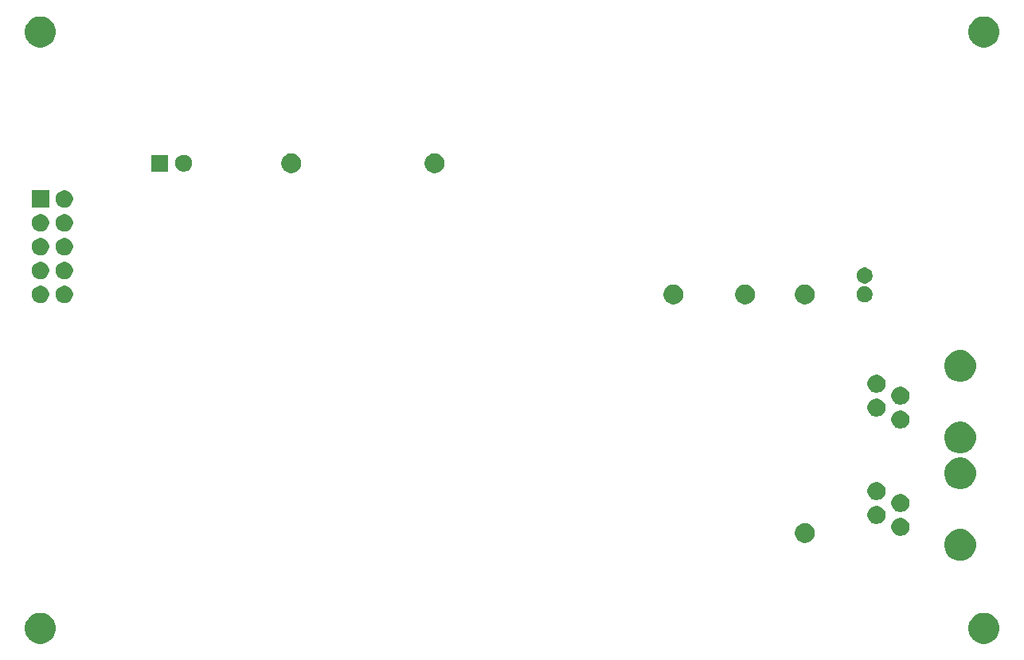
<source format=gbr>
G04 #@! TF.GenerationSoftware,KiCad,Pcbnew,5.1.5-52549c5~84~ubuntu18.04.1*
G04 #@! TF.CreationDate,2020-03-13T12:33:57+01:00*
G04 #@! TF.ProjectId,Telemetry,54656c65-6d65-4747-9279-2e6b69636164,rev?*
G04 #@! TF.SameCoordinates,Original*
G04 #@! TF.FileFunction,Soldermask,Bot*
G04 #@! TF.FilePolarity,Negative*
%FSLAX46Y46*%
G04 Gerber Fmt 4.6, Leading zero omitted, Abs format (unit mm)*
G04 Created by KiCad (PCBNEW 5.1.5-52549c5~84~ubuntu18.04.1) date 2020-03-13 12:33:57*
%MOMM*%
%LPD*%
G04 APERTURE LIST*
%ADD10C,0.100000*%
G04 APERTURE END LIST*
D10*
G36*
X132455256Y-190161298D02*
G01*
X132561579Y-190182447D01*
X132862042Y-190306903D01*
X133132451Y-190487585D01*
X133362415Y-190717549D01*
X133543097Y-190987958D01*
X133667553Y-191288421D01*
X133731000Y-191607391D01*
X133731000Y-191932609D01*
X133667553Y-192251579D01*
X133543097Y-192552042D01*
X133362415Y-192822451D01*
X133132451Y-193052415D01*
X132862042Y-193233097D01*
X132561579Y-193357553D01*
X132455256Y-193378702D01*
X132242611Y-193421000D01*
X131917389Y-193421000D01*
X131704744Y-193378702D01*
X131598421Y-193357553D01*
X131297958Y-193233097D01*
X131027549Y-193052415D01*
X130797585Y-192822451D01*
X130616903Y-192552042D01*
X130492447Y-192251579D01*
X130429000Y-191932609D01*
X130429000Y-191607391D01*
X130492447Y-191288421D01*
X130616903Y-190987958D01*
X130797585Y-190717549D01*
X131027549Y-190487585D01*
X131297958Y-190306903D01*
X131598421Y-190182447D01*
X131704744Y-190161298D01*
X131917389Y-190119000D01*
X132242611Y-190119000D01*
X132455256Y-190161298D01*
G37*
G36*
X32125256Y-190161298D02*
G01*
X32231579Y-190182447D01*
X32532042Y-190306903D01*
X32802451Y-190487585D01*
X33032415Y-190717549D01*
X33213097Y-190987958D01*
X33337553Y-191288421D01*
X33401000Y-191607391D01*
X33401000Y-191932609D01*
X33337553Y-192251579D01*
X33213097Y-192552042D01*
X33032415Y-192822451D01*
X32802451Y-193052415D01*
X32532042Y-193233097D01*
X32231579Y-193357553D01*
X32125256Y-193378702D01*
X31912611Y-193421000D01*
X31587389Y-193421000D01*
X31374744Y-193378702D01*
X31268421Y-193357553D01*
X30967958Y-193233097D01*
X30697549Y-193052415D01*
X30467585Y-192822451D01*
X30286903Y-192552042D01*
X30162447Y-192251579D01*
X30099000Y-191932609D01*
X30099000Y-191607391D01*
X30162447Y-191288421D01*
X30286903Y-190987958D01*
X30467585Y-190717549D01*
X30697549Y-190487585D01*
X30967958Y-190306903D01*
X31268421Y-190182447D01*
X31374744Y-190161298D01*
X31587389Y-190119000D01*
X31912611Y-190119000D01*
X32125256Y-190161298D01*
G37*
G36*
X130028871Y-181268408D02*
G01*
X130333883Y-181394748D01*
X130608387Y-181578166D01*
X130841834Y-181811613D01*
X131025252Y-182086117D01*
X131151592Y-182391129D01*
X131216000Y-182714928D01*
X131216000Y-183045072D01*
X131151592Y-183368871D01*
X131025252Y-183673883D01*
X130841834Y-183948387D01*
X130608387Y-184181834D01*
X130333883Y-184365252D01*
X130028871Y-184491592D01*
X129866971Y-184523796D01*
X129705073Y-184556000D01*
X129374927Y-184556000D01*
X129213029Y-184523796D01*
X129051129Y-184491592D01*
X128746117Y-184365252D01*
X128471613Y-184181834D01*
X128238166Y-183948387D01*
X128054748Y-183673883D01*
X127928408Y-183368871D01*
X127864000Y-183045072D01*
X127864000Y-182714928D01*
X127928408Y-182391129D01*
X128054748Y-182086117D01*
X128238166Y-181811613D01*
X128471613Y-181578166D01*
X128746117Y-181394748D01*
X129051129Y-181268408D01*
X129374927Y-181204000D01*
X129705073Y-181204000D01*
X130028871Y-181268408D01*
G37*
G36*
X113336564Y-180599389D02*
G01*
X113461164Y-180651000D01*
X113527835Y-180678616D01*
X113699973Y-180793635D01*
X113846365Y-180940027D01*
X113928979Y-181063667D01*
X113961385Y-181112167D01*
X114040611Y-181303436D01*
X114081000Y-181506484D01*
X114081000Y-181713516D01*
X114040611Y-181916564D01*
X113961385Y-182107833D01*
X113961384Y-182107835D01*
X113846365Y-182279973D01*
X113699973Y-182426365D01*
X113527835Y-182541384D01*
X113527834Y-182541385D01*
X113527833Y-182541385D01*
X113336564Y-182620611D01*
X113133516Y-182661000D01*
X112926484Y-182661000D01*
X112723436Y-182620611D01*
X112532167Y-182541385D01*
X112532166Y-182541385D01*
X112532165Y-182541384D01*
X112360027Y-182426365D01*
X112213635Y-182279973D01*
X112098616Y-182107835D01*
X112098615Y-182107833D01*
X112019389Y-181916564D01*
X111979000Y-181713516D01*
X111979000Y-181506484D01*
X112019389Y-181303436D01*
X112098615Y-181112167D01*
X112131022Y-181063667D01*
X112213635Y-180940027D01*
X112360027Y-180793635D01*
X112532165Y-180678616D01*
X112598836Y-180651000D01*
X112723436Y-180599389D01*
X112926484Y-180559000D01*
X113133516Y-180559000D01*
X113336564Y-180599389D01*
G37*
G36*
X123467395Y-180055546D02*
G01*
X123640466Y-180127234D01*
X123717818Y-180178919D01*
X123796227Y-180231310D01*
X123928690Y-180363773D01*
X123928691Y-180363775D01*
X124032766Y-180519534D01*
X124104454Y-180692605D01*
X124141000Y-180876333D01*
X124141000Y-181063667D01*
X124104454Y-181247395D01*
X124032766Y-181420466D01*
X124032765Y-181420467D01*
X123928690Y-181576227D01*
X123796227Y-181708690D01*
X123789007Y-181713514D01*
X123640466Y-181812766D01*
X123467395Y-181884454D01*
X123283667Y-181921000D01*
X123096333Y-181921000D01*
X122912605Y-181884454D01*
X122739534Y-181812766D01*
X122590993Y-181713514D01*
X122583773Y-181708690D01*
X122451310Y-181576227D01*
X122347235Y-181420467D01*
X122347234Y-181420466D01*
X122275546Y-181247395D01*
X122239000Y-181063667D01*
X122239000Y-180876333D01*
X122275546Y-180692605D01*
X122347234Y-180519534D01*
X122451309Y-180363775D01*
X122451310Y-180363773D01*
X122583773Y-180231310D01*
X122662182Y-180178919D01*
X122739534Y-180127234D01*
X122912605Y-180055546D01*
X123096333Y-180019000D01*
X123283667Y-180019000D01*
X123467395Y-180055546D01*
G37*
G36*
X120927395Y-178785546D02*
G01*
X121100466Y-178857234D01*
X121177818Y-178908919D01*
X121256227Y-178961310D01*
X121388690Y-179093773D01*
X121388691Y-179093775D01*
X121492766Y-179249534D01*
X121564454Y-179422605D01*
X121601000Y-179606333D01*
X121601000Y-179793667D01*
X121564454Y-179977395D01*
X121492766Y-180150466D01*
X121492765Y-180150467D01*
X121388690Y-180306227D01*
X121256227Y-180438690D01*
X121177818Y-180491081D01*
X121100466Y-180542766D01*
X120927395Y-180614454D01*
X120743667Y-180651000D01*
X120556333Y-180651000D01*
X120372605Y-180614454D01*
X120199534Y-180542766D01*
X120122182Y-180491081D01*
X120043773Y-180438690D01*
X119911310Y-180306227D01*
X119807235Y-180150467D01*
X119807234Y-180150466D01*
X119735546Y-179977395D01*
X119699000Y-179793667D01*
X119699000Y-179606333D01*
X119735546Y-179422605D01*
X119807234Y-179249534D01*
X119911309Y-179093775D01*
X119911310Y-179093773D01*
X120043773Y-178961310D01*
X120122182Y-178908919D01*
X120199534Y-178857234D01*
X120372605Y-178785546D01*
X120556333Y-178749000D01*
X120743667Y-178749000D01*
X120927395Y-178785546D01*
G37*
G36*
X123467395Y-177515546D02*
G01*
X123640466Y-177587234D01*
X123717818Y-177638919D01*
X123796227Y-177691310D01*
X123928690Y-177823773D01*
X123928691Y-177823775D01*
X124032766Y-177979534D01*
X124104454Y-178152605D01*
X124141000Y-178336333D01*
X124141000Y-178523667D01*
X124104454Y-178707395D01*
X124032766Y-178880466D01*
X124032765Y-178880467D01*
X123928690Y-179036227D01*
X123796227Y-179168690D01*
X123717818Y-179221081D01*
X123640466Y-179272766D01*
X123467395Y-179344454D01*
X123283667Y-179381000D01*
X123096333Y-179381000D01*
X122912605Y-179344454D01*
X122739534Y-179272766D01*
X122662182Y-179221081D01*
X122583773Y-179168690D01*
X122451310Y-179036227D01*
X122347235Y-178880467D01*
X122347234Y-178880466D01*
X122275546Y-178707395D01*
X122239000Y-178523667D01*
X122239000Y-178336333D01*
X122275546Y-178152605D01*
X122347234Y-177979534D01*
X122451309Y-177823775D01*
X122451310Y-177823773D01*
X122583773Y-177691310D01*
X122662182Y-177638919D01*
X122739534Y-177587234D01*
X122912605Y-177515546D01*
X123096333Y-177479000D01*
X123283667Y-177479000D01*
X123467395Y-177515546D01*
G37*
G36*
X120927395Y-176245546D02*
G01*
X121100466Y-176317234D01*
X121177818Y-176368919D01*
X121256227Y-176421310D01*
X121388690Y-176553773D01*
X121388691Y-176553775D01*
X121492766Y-176709534D01*
X121564454Y-176882605D01*
X121601000Y-177066333D01*
X121601000Y-177253667D01*
X121564454Y-177437395D01*
X121492766Y-177610466D01*
X121492765Y-177610467D01*
X121388690Y-177766227D01*
X121256227Y-177898690D01*
X121177818Y-177951081D01*
X121100466Y-178002766D01*
X120927395Y-178074454D01*
X120743667Y-178111000D01*
X120556333Y-178111000D01*
X120372605Y-178074454D01*
X120199534Y-178002766D01*
X120122182Y-177951081D01*
X120043773Y-177898690D01*
X119911310Y-177766227D01*
X119807235Y-177610467D01*
X119807234Y-177610466D01*
X119735546Y-177437395D01*
X119699000Y-177253667D01*
X119699000Y-177066333D01*
X119735546Y-176882605D01*
X119807234Y-176709534D01*
X119911309Y-176553775D01*
X119911310Y-176553773D01*
X120043773Y-176421310D01*
X120122182Y-176368919D01*
X120199534Y-176317234D01*
X120372605Y-176245546D01*
X120556333Y-176209000D01*
X120743667Y-176209000D01*
X120927395Y-176245546D01*
G37*
G36*
X129866971Y-173616204D02*
G01*
X130028871Y-173648408D01*
X130333883Y-173774748D01*
X130608387Y-173958166D01*
X130841834Y-174191613D01*
X131025252Y-174466117D01*
X131151592Y-174771129D01*
X131216000Y-175094928D01*
X131216000Y-175425072D01*
X131151592Y-175748871D01*
X131025252Y-176053883D01*
X130841834Y-176328387D01*
X130608387Y-176561834D01*
X130333883Y-176745252D01*
X130028871Y-176871592D01*
X129973510Y-176882604D01*
X129705073Y-176936000D01*
X129374927Y-176936000D01*
X129106490Y-176882604D01*
X129051129Y-176871592D01*
X128746117Y-176745252D01*
X128471613Y-176561834D01*
X128238166Y-176328387D01*
X128054748Y-176053883D01*
X127928408Y-175748871D01*
X127864000Y-175425072D01*
X127864000Y-175094928D01*
X127928408Y-174771129D01*
X128054748Y-174466117D01*
X128238166Y-174191613D01*
X128471613Y-173958166D01*
X128746117Y-173774748D01*
X129051129Y-173648408D01*
X129213029Y-173616204D01*
X129374927Y-173584000D01*
X129705073Y-173584000D01*
X129866971Y-173616204D01*
G37*
G36*
X129866971Y-169806204D02*
G01*
X130028871Y-169838408D01*
X130333883Y-169964748D01*
X130608387Y-170148166D01*
X130841834Y-170381613D01*
X131025252Y-170656117D01*
X131151592Y-170961129D01*
X131216000Y-171284928D01*
X131216000Y-171615072D01*
X131151592Y-171938871D01*
X131025252Y-172243883D01*
X130841834Y-172518387D01*
X130608387Y-172751834D01*
X130333883Y-172935252D01*
X130028871Y-173061592D01*
X129705073Y-173126000D01*
X129374927Y-173126000D01*
X129051129Y-173061592D01*
X128746117Y-172935252D01*
X128471613Y-172751834D01*
X128238166Y-172518387D01*
X128054748Y-172243883D01*
X127928408Y-171938871D01*
X127864000Y-171615072D01*
X127864000Y-171284928D01*
X127928408Y-170961129D01*
X128054748Y-170656117D01*
X128238166Y-170381613D01*
X128471613Y-170148166D01*
X128746117Y-169964748D01*
X129051129Y-169838408D01*
X129213029Y-169806204D01*
X129374927Y-169774000D01*
X129705073Y-169774000D01*
X129866971Y-169806204D01*
G37*
G36*
X123467395Y-168625546D02*
G01*
X123640466Y-168697234D01*
X123717818Y-168748919D01*
X123796227Y-168801310D01*
X123928690Y-168933773D01*
X123928691Y-168933775D01*
X124032766Y-169089534D01*
X124104454Y-169262605D01*
X124141000Y-169446333D01*
X124141000Y-169633667D01*
X124104454Y-169817395D01*
X124032766Y-169990466D01*
X124032765Y-169990467D01*
X123928690Y-170146227D01*
X123796227Y-170278690D01*
X123717818Y-170331081D01*
X123640466Y-170382766D01*
X123467395Y-170454454D01*
X123283667Y-170491000D01*
X123096333Y-170491000D01*
X122912605Y-170454454D01*
X122739534Y-170382766D01*
X122662182Y-170331081D01*
X122583773Y-170278690D01*
X122451310Y-170146227D01*
X122347235Y-169990467D01*
X122347234Y-169990466D01*
X122275546Y-169817395D01*
X122239000Y-169633667D01*
X122239000Y-169446333D01*
X122275546Y-169262605D01*
X122347234Y-169089534D01*
X122451309Y-168933775D01*
X122451310Y-168933773D01*
X122583773Y-168801310D01*
X122662182Y-168748919D01*
X122739534Y-168697234D01*
X122912605Y-168625546D01*
X123096333Y-168589000D01*
X123283667Y-168589000D01*
X123467395Y-168625546D01*
G37*
G36*
X120927395Y-167355546D02*
G01*
X121100466Y-167427234D01*
X121177818Y-167478919D01*
X121256227Y-167531310D01*
X121388690Y-167663773D01*
X121388691Y-167663775D01*
X121492766Y-167819534D01*
X121564454Y-167992605D01*
X121601000Y-168176333D01*
X121601000Y-168363667D01*
X121564454Y-168547395D01*
X121492766Y-168720466D01*
X121492765Y-168720467D01*
X121388690Y-168876227D01*
X121256227Y-169008690D01*
X121177818Y-169061081D01*
X121100466Y-169112766D01*
X120927395Y-169184454D01*
X120743667Y-169221000D01*
X120556333Y-169221000D01*
X120372605Y-169184454D01*
X120199534Y-169112766D01*
X120122182Y-169061081D01*
X120043773Y-169008690D01*
X119911310Y-168876227D01*
X119807235Y-168720467D01*
X119807234Y-168720466D01*
X119735546Y-168547395D01*
X119699000Y-168363667D01*
X119699000Y-168176333D01*
X119735546Y-167992605D01*
X119807234Y-167819534D01*
X119911309Y-167663775D01*
X119911310Y-167663773D01*
X120043773Y-167531310D01*
X120122182Y-167478919D01*
X120199534Y-167427234D01*
X120372605Y-167355546D01*
X120556333Y-167319000D01*
X120743667Y-167319000D01*
X120927395Y-167355546D01*
G37*
G36*
X123467395Y-166085546D02*
G01*
X123640466Y-166157234D01*
X123717818Y-166208919D01*
X123796227Y-166261310D01*
X123928690Y-166393773D01*
X123928691Y-166393775D01*
X124032766Y-166549534D01*
X124104454Y-166722605D01*
X124141000Y-166906333D01*
X124141000Y-167093667D01*
X124104454Y-167277395D01*
X124032766Y-167450466D01*
X124032765Y-167450467D01*
X123928690Y-167606227D01*
X123796227Y-167738690D01*
X123717818Y-167791081D01*
X123640466Y-167842766D01*
X123467395Y-167914454D01*
X123283667Y-167951000D01*
X123096333Y-167951000D01*
X122912605Y-167914454D01*
X122739534Y-167842766D01*
X122662182Y-167791081D01*
X122583773Y-167738690D01*
X122451310Y-167606227D01*
X122347235Y-167450467D01*
X122347234Y-167450466D01*
X122275546Y-167277395D01*
X122239000Y-167093667D01*
X122239000Y-166906333D01*
X122275546Y-166722605D01*
X122347234Y-166549534D01*
X122451309Y-166393775D01*
X122451310Y-166393773D01*
X122583773Y-166261310D01*
X122662182Y-166208919D01*
X122739534Y-166157234D01*
X122912605Y-166085546D01*
X123096333Y-166049000D01*
X123283667Y-166049000D01*
X123467395Y-166085546D01*
G37*
G36*
X120927395Y-164815546D02*
G01*
X121100466Y-164887234D01*
X121177818Y-164938919D01*
X121256227Y-164991310D01*
X121388690Y-165123773D01*
X121388691Y-165123775D01*
X121492766Y-165279534D01*
X121564454Y-165452605D01*
X121601000Y-165636333D01*
X121601000Y-165823667D01*
X121564454Y-166007395D01*
X121492766Y-166180466D01*
X121492765Y-166180467D01*
X121388690Y-166336227D01*
X121256227Y-166468690D01*
X121177818Y-166521081D01*
X121100466Y-166572766D01*
X120927395Y-166644454D01*
X120743667Y-166681000D01*
X120556333Y-166681000D01*
X120372605Y-166644454D01*
X120199534Y-166572766D01*
X120122182Y-166521081D01*
X120043773Y-166468690D01*
X119911310Y-166336227D01*
X119807235Y-166180467D01*
X119807234Y-166180466D01*
X119735546Y-166007395D01*
X119699000Y-165823667D01*
X119699000Y-165636333D01*
X119735546Y-165452605D01*
X119807234Y-165279534D01*
X119911309Y-165123775D01*
X119911310Y-165123773D01*
X120043773Y-164991310D01*
X120122182Y-164938919D01*
X120199534Y-164887234D01*
X120372605Y-164815546D01*
X120556333Y-164779000D01*
X120743667Y-164779000D01*
X120927395Y-164815546D01*
G37*
G36*
X130028871Y-162218408D02*
G01*
X130333883Y-162344748D01*
X130608387Y-162528166D01*
X130841834Y-162761613D01*
X131025252Y-163036117D01*
X131151592Y-163341129D01*
X131216000Y-163664928D01*
X131216000Y-163995072D01*
X131151592Y-164318871D01*
X131025252Y-164623883D01*
X130841834Y-164898387D01*
X130608387Y-165131834D01*
X130333883Y-165315252D01*
X130028871Y-165441592D01*
X129973510Y-165452604D01*
X129705073Y-165506000D01*
X129374927Y-165506000D01*
X129106490Y-165452604D01*
X129051129Y-165441592D01*
X128746117Y-165315252D01*
X128471613Y-165131834D01*
X128238166Y-164898387D01*
X128054748Y-164623883D01*
X127928408Y-164318871D01*
X127864000Y-163995072D01*
X127864000Y-163664928D01*
X127928408Y-163341129D01*
X128054748Y-163036117D01*
X128238166Y-162761613D01*
X128471613Y-162528166D01*
X128746117Y-162344748D01*
X129051129Y-162218408D01*
X129374927Y-162154000D01*
X129705073Y-162154000D01*
X130028871Y-162218408D01*
G37*
G36*
X113336564Y-155199389D02*
G01*
X113527833Y-155278615D01*
X113527835Y-155278616D01*
X113648138Y-155359000D01*
X113699973Y-155393635D01*
X113846365Y-155540027D01*
X113961385Y-155712167D01*
X114040611Y-155903436D01*
X114081000Y-156106484D01*
X114081000Y-156313516D01*
X114040611Y-156516564D01*
X113988147Y-156643224D01*
X113961384Y-156707835D01*
X113846365Y-156879973D01*
X113699973Y-157026365D01*
X113527835Y-157141384D01*
X113527834Y-157141385D01*
X113527833Y-157141385D01*
X113336564Y-157220611D01*
X113133516Y-157261000D01*
X112926484Y-157261000D01*
X112723436Y-157220611D01*
X112532167Y-157141385D01*
X112532166Y-157141385D01*
X112532165Y-157141384D01*
X112360027Y-157026365D01*
X112213635Y-156879973D01*
X112098616Y-156707835D01*
X112071853Y-156643224D01*
X112019389Y-156516564D01*
X111979000Y-156313516D01*
X111979000Y-156106484D01*
X112019389Y-155903436D01*
X112098615Y-155712167D01*
X112213635Y-155540027D01*
X112360027Y-155393635D01*
X112411862Y-155359000D01*
X112532165Y-155278616D01*
X112532167Y-155278615D01*
X112723436Y-155199389D01*
X112926484Y-155159000D01*
X113133516Y-155159000D01*
X113336564Y-155199389D01*
G37*
G36*
X99366564Y-155199389D02*
G01*
X99557833Y-155278615D01*
X99557835Y-155278616D01*
X99678138Y-155359000D01*
X99729973Y-155393635D01*
X99876365Y-155540027D01*
X99991385Y-155712167D01*
X100070611Y-155903436D01*
X100111000Y-156106484D01*
X100111000Y-156313516D01*
X100070611Y-156516564D01*
X100018147Y-156643224D01*
X99991384Y-156707835D01*
X99876365Y-156879973D01*
X99729973Y-157026365D01*
X99557835Y-157141384D01*
X99557834Y-157141385D01*
X99557833Y-157141385D01*
X99366564Y-157220611D01*
X99163516Y-157261000D01*
X98956484Y-157261000D01*
X98753436Y-157220611D01*
X98562167Y-157141385D01*
X98562166Y-157141385D01*
X98562165Y-157141384D01*
X98390027Y-157026365D01*
X98243635Y-156879973D01*
X98128616Y-156707835D01*
X98101853Y-156643224D01*
X98049389Y-156516564D01*
X98009000Y-156313516D01*
X98009000Y-156106484D01*
X98049389Y-155903436D01*
X98128615Y-155712167D01*
X98243635Y-155540027D01*
X98390027Y-155393635D01*
X98441862Y-155359000D01*
X98562165Y-155278616D01*
X98562167Y-155278615D01*
X98753436Y-155199389D01*
X98956484Y-155159000D01*
X99163516Y-155159000D01*
X99366564Y-155199389D01*
G37*
G36*
X106986564Y-155199389D02*
G01*
X107177833Y-155278615D01*
X107177835Y-155278616D01*
X107298138Y-155359000D01*
X107349973Y-155393635D01*
X107496365Y-155540027D01*
X107611385Y-155712167D01*
X107690611Y-155903436D01*
X107731000Y-156106484D01*
X107731000Y-156313516D01*
X107690611Y-156516564D01*
X107638147Y-156643224D01*
X107611384Y-156707835D01*
X107496365Y-156879973D01*
X107349973Y-157026365D01*
X107177835Y-157141384D01*
X107177834Y-157141385D01*
X107177833Y-157141385D01*
X106986564Y-157220611D01*
X106783516Y-157261000D01*
X106576484Y-157261000D01*
X106373436Y-157220611D01*
X106182167Y-157141385D01*
X106182166Y-157141385D01*
X106182165Y-157141384D01*
X106010027Y-157026365D01*
X105863635Y-156879973D01*
X105748616Y-156707835D01*
X105721853Y-156643224D01*
X105669389Y-156516564D01*
X105629000Y-156313516D01*
X105629000Y-156106484D01*
X105669389Y-155903436D01*
X105748615Y-155712167D01*
X105863635Y-155540027D01*
X106010027Y-155393635D01*
X106061862Y-155359000D01*
X106182165Y-155278616D01*
X106182167Y-155278615D01*
X106373436Y-155199389D01*
X106576484Y-155159000D01*
X106783516Y-155159000D01*
X106986564Y-155199389D01*
G37*
G36*
X32016778Y-155330547D02*
G01*
X32183224Y-155399491D01*
X32333022Y-155499583D01*
X32460417Y-155626978D01*
X32560509Y-155776776D01*
X32629453Y-155943222D01*
X32664600Y-156119918D01*
X32664600Y-156300082D01*
X32629453Y-156476778D01*
X32560509Y-156643224D01*
X32460417Y-156793022D01*
X32333022Y-156920417D01*
X32183224Y-157020509D01*
X32016778Y-157089453D01*
X31840082Y-157124600D01*
X31659918Y-157124600D01*
X31483222Y-157089453D01*
X31316776Y-157020509D01*
X31166978Y-156920417D01*
X31039583Y-156793022D01*
X30939491Y-156643224D01*
X30870547Y-156476778D01*
X30835400Y-156300082D01*
X30835400Y-156119918D01*
X30870547Y-155943222D01*
X30939491Y-155776776D01*
X31039583Y-155626978D01*
X31166978Y-155499583D01*
X31316776Y-155399491D01*
X31483222Y-155330547D01*
X31659918Y-155295400D01*
X31840082Y-155295400D01*
X32016778Y-155330547D01*
G37*
G36*
X34556778Y-155330547D02*
G01*
X34723224Y-155399491D01*
X34873022Y-155499583D01*
X35000417Y-155626978D01*
X35100509Y-155776776D01*
X35169453Y-155943222D01*
X35204600Y-156119918D01*
X35204600Y-156300082D01*
X35169453Y-156476778D01*
X35100509Y-156643224D01*
X35000417Y-156793022D01*
X34873022Y-156920417D01*
X34723224Y-157020509D01*
X34556778Y-157089453D01*
X34380082Y-157124600D01*
X34199918Y-157124600D01*
X34023222Y-157089453D01*
X33856776Y-157020509D01*
X33706978Y-156920417D01*
X33579583Y-156793022D01*
X33479491Y-156643224D01*
X33410547Y-156476778D01*
X33375400Y-156300082D01*
X33375400Y-156119918D01*
X33410547Y-155943222D01*
X33479491Y-155776776D01*
X33579583Y-155626978D01*
X33706978Y-155499583D01*
X33856776Y-155399491D01*
X34023222Y-155330547D01*
X34199918Y-155295400D01*
X34380082Y-155295400D01*
X34556778Y-155330547D01*
G37*
G36*
X119628228Y-155391703D02*
G01*
X119783100Y-155455853D01*
X119922481Y-155548985D01*
X120041015Y-155667519D01*
X120134147Y-155806900D01*
X120198297Y-155961772D01*
X120231000Y-156126184D01*
X120231000Y-156293816D01*
X120198297Y-156458228D01*
X120134147Y-156613100D01*
X120041015Y-156752481D01*
X119922481Y-156871015D01*
X119783100Y-156964147D01*
X119628228Y-157028297D01*
X119463816Y-157061000D01*
X119296184Y-157061000D01*
X119131772Y-157028297D01*
X118976900Y-156964147D01*
X118837519Y-156871015D01*
X118718985Y-156752481D01*
X118625853Y-156613100D01*
X118561703Y-156458228D01*
X118529000Y-156293816D01*
X118529000Y-156126184D01*
X118561703Y-155961772D01*
X118625853Y-155806900D01*
X118718985Y-155667519D01*
X118837519Y-155548985D01*
X118976900Y-155455853D01*
X119131772Y-155391703D01*
X119296184Y-155359000D01*
X119463816Y-155359000D01*
X119628228Y-155391703D01*
G37*
G36*
X119628228Y-153391703D02*
G01*
X119783100Y-153455853D01*
X119922481Y-153548985D01*
X120041015Y-153667519D01*
X120134147Y-153806900D01*
X120198297Y-153961772D01*
X120231000Y-154126184D01*
X120231000Y-154293816D01*
X120198297Y-154458228D01*
X120134147Y-154613100D01*
X120041015Y-154752481D01*
X119922481Y-154871015D01*
X119783100Y-154964147D01*
X119628228Y-155028297D01*
X119463816Y-155061000D01*
X119296184Y-155061000D01*
X119131772Y-155028297D01*
X118976900Y-154964147D01*
X118837519Y-154871015D01*
X118718985Y-154752481D01*
X118625853Y-154613100D01*
X118561703Y-154458228D01*
X118529000Y-154293816D01*
X118529000Y-154126184D01*
X118561703Y-153961772D01*
X118625853Y-153806900D01*
X118718985Y-153667519D01*
X118837519Y-153548985D01*
X118976900Y-153455853D01*
X119131772Y-153391703D01*
X119296184Y-153359000D01*
X119463816Y-153359000D01*
X119628228Y-153391703D01*
G37*
G36*
X32016778Y-152790547D02*
G01*
X32183224Y-152859491D01*
X32333022Y-152959583D01*
X32460417Y-153086978D01*
X32560509Y-153236776D01*
X32629453Y-153403222D01*
X32664600Y-153579918D01*
X32664600Y-153760082D01*
X32629453Y-153936778D01*
X32560509Y-154103224D01*
X32460417Y-154253022D01*
X32333022Y-154380417D01*
X32183224Y-154480509D01*
X32016778Y-154549453D01*
X31840082Y-154584600D01*
X31659918Y-154584600D01*
X31483222Y-154549453D01*
X31316776Y-154480509D01*
X31166978Y-154380417D01*
X31039583Y-154253022D01*
X30939491Y-154103224D01*
X30870547Y-153936778D01*
X30835400Y-153760082D01*
X30835400Y-153579918D01*
X30870547Y-153403222D01*
X30939491Y-153236776D01*
X31039583Y-153086978D01*
X31166978Y-152959583D01*
X31316776Y-152859491D01*
X31483222Y-152790547D01*
X31659918Y-152755400D01*
X31840082Y-152755400D01*
X32016778Y-152790547D01*
G37*
G36*
X34556778Y-152790547D02*
G01*
X34723224Y-152859491D01*
X34873022Y-152959583D01*
X35000417Y-153086978D01*
X35100509Y-153236776D01*
X35169453Y-153403222D01*
X35204600Y-153579918D01*
X35204600Y-153760082D01*
X35169453Y-153936778D01*
X35100509Y-154103224D01*
X35000417Y-154253022D01*
X34873022Y-154380417D01*
X34723224Y-154480509D01*
X34556778Y-154549453D01*
X34380082Y-154584600D01*
X34199918Y-154584600D01*
X34023222Y-154549453D01*
X33856776Y-154480509D01*
X33706978Y-154380417D01*
X33579583Y-154253022D01*
X33479491Y-154103224D01*
X33410547Y-153936778D01*
X33375400Y-153760082D01*
X33375400Y-153579918D01*
X33410547Y-153403222D01*
X33479491Y-153236776D01*
X33579583Y-153086978D01*
X33706978Y-152959583D01*
X33856776Y-152859491D01*
X34023222Y-152790547D01*
X34199918Y-152755400D01*
X34380082Y-152755400D01*
X34556778Y-152790547D01*
G37*
G36*
X32016778Y-150250547D02*
G01*
X32183224Y-150319491D01*
X32333022Y-150419583D01*
X32460417Y-150546978D01*
X32560509Y-150696776D01*
X32629453Y-150863222D01*
X32664600Y-151039918D01*
X32664600Y-151220082D01*
X32629453Y-151396778D01*
X32560509Y-151563224D01*
X32460417Y-151713022D01*
X32333022Y-151840417D01*
X32183224Y-151940509D01*
X32016778Y-152009453D01*
X31840082Y-152044600D01*
X31659918Y-152044600D01*
X31483222Y-152009453D01*
X31316776Y-151940509D01*
X31166978Y-151840417D01*
X31039583Y-151713022D01*
X30939491Y-151563224D01*
X30870547Y-151396778D01*
X30835400Y-151220082D01*
X30835400Y-151039918D01*
X30870547Y-150863222D01*
X30939491Y-150696776D01*
X31039583Y-150546978D01*
X31166978Y-150419583D01*
X31316776Y-150319491D01*
X31483222Y-150250547D01*
X31659918Y-150215400D01*
X31840082Y-150215400D01*
X32016778Y-150250547D01*
G37*
G36*
X34556778Y-150250547D02*
G01*
X34723224Y-150319491D01*
X34873022Y-150419583D01*
X35000417Y-150546978D01*
X35100509Y-150696776D01*
X35169453Y-150863222D01*
X35204600Y-151039918D01*
X35204600Y-151220082D01*
X35169453Y-151396778D01*
X35100509Y-151563224D01*
X35000417Y-151713022D01*
X34873022Y-151840417D01*
X34723224Y-151940509D01*
X34556778Y-152009453D01*
X34380082Y-152044600D01*
X34199918Y-152044600D01*
X34023222Y-152009453D01*
X33856776Y-151940509D01*
X33706978Y-151840417D01*
X33579583Y-151713022D01*
X33479491Y-151563224D01*
X33410547Y-151396778D01*
X33375400Y-151220082D01*
X33375400Y-151039918D01*
X33410547Y-150863222D01*
X33479491Y-150696776D01*
X33579583Y-150546978D01*
X33706978Y-150419583D01*
X33856776Y-150319491D01*
X34023222Y-150250547D01*
X34199918Y-150215400D01*
X34380082Y-150215400D01*
X34556778Y-150250547D01*
G37*
G36*
X34556778Y-147710547D02*
G01*
X34723224Y-147779491D01*
X34873022Y-147879583D01*
X35000417Y-148006978D01*
X35100509Y-148156776D01*
X35169453Y-148323222D01*
X35204600Y-148499918D01*
X35204600Y-148680082D01*
X35169453Y-148856778D01*
X35100509Y-149023224D01*
X35000417Y-149173022D01*
X34873022Y-149300417D01*
X34723224Y-149400509D01*
X34556778Y-149469453D01*
X34380082Y-149504600D01*
X34199918Y-149504600D01*
X34023222Y-149469453D01*
X33856776Y-149400509D01*
X33706978Y-149300417D01*
X33579583Y-149173022D01*
X33479491Y-149023224D01*
X33410547Y-148856778D01*
X33375400Y-148680082D01*
X33375400Y-148499918D01*
X33410547Y-148323222D01*
X33479491Y-148156776D01*
X33579583Y-148006978D01*
X33706978Y-147879583D01*
X33856776Y-147779491D01*
X34023222Y-147710547D01*
X34199918Y-147675400D01*
X34380082Y-147675400D01*
X34556778Y-147710547D01*
G37*
G36*
X32016778Y-147710547D02*
G01*
X32183224Y-147779491D01*
X32333022Y-147879583D01*
X32460417Y-148006978D01*
X32560509Y-148156776D01*
X32629453Y-148323222D01*
X32664600Y-148499918D01*
X32664600Y-148680082D01*
X32629453Y-148856778D01*
X32560509Y-149023224D01*
X32460417Y-149173022D01*
X32333022Y-149300417D01*
X32183224Y-149400509D01*
X32016778Y-149469453D01*
X31840082Y-149504600D01*
X31659918Y-149504600D01*
X31483222Y-149469453D01*
X31316776Y-149400509D01*
X31166978Y-149300417D01*
X31039583Y-149173022D01*
X30939491Y-149023224D01*
X30870547Y-148856778D01*
X30835400Y-148680082D01*
X30835400Y-148499918D01*
X30870547Y-148323222D01*
X30939491Y-148156776D01*
X31039583Y-148006978D01*
X31166978Y-147879583D01*
X31316776Y-147779491D01*
X31483222Y-147710547D01*
X31659918Y-147675400D01*
X31840082Y-147675400D01*
X32016778Y-147710547D01*
G37*
G36*
X32664600Y-146964600D02*
G01*
X30835400Y-146964600D01*
X30835400Y-145135400D01*
X32664600Y-145135400D01*
X32664600Y-146964600D01*
G37*
G36*
X34556778Y-145170547D02*
G01*
X34723224Y-145239491D01*
X34873022Y-145339583D01*
X35000417Y-145466978D01*
X35100509Y-145616776D01*
X35169453Y-145783222D01*
X35204600Y-145959918D01*
X35204600Y-146140082D01*
X35169453Y-146316778D01*
X35100509Y-146483224D01*
X35000417Y-146633022D01*
X34873022Y-146760417D01*
X34723224Y-146860509D01*
X34556778Y-146929453D01*
X34380082Y-146964600D01*
X34199918Y-146964600D01*
X34023222Y-146929453D01*
X33856776Y-146860509D01*
X33706978Y-146760417D01*
X33579583Y-146633022D01*
X33479491Y-146483224D01*
X33410547Y-146316778D01*
X33375400Y-146140082D01*
X33375400Y-145959918D01*
X33410547Y-145783222D01*
X33479491Y-145616776D01*
X33579583Y-145466978D01*
X33706978Y-145339583D01*
X33856776Y-145239491D01*
X34023222Y-145170547D01*
X34199918Y-145135400D01*
X34380082Y-145135400D01*
X34556778Y-145170547D01*
G37*
G36*
X58726564Y-141229389D02*
G01*
X58917833Y-141308615D01*
X58917835Y-141308616D01*
X59089973Y-141423635D01*
X59236365Y-141570027D01*
X59300256Y-141665646D01*
X59351385Y-141742167D01*
X59430611Y-141933436D01*
X59471000Y-142136484D01*
X59471000Y-142343516D01*
X59430611Y-142546564D01*
X59380815Y-142666782D01*
X59351384Y-142737835D01*
X59236365Y-142909973D01*
X59089973Y-143056365D01*
X58917835Y-143171384D01*
X58917834Y-143171385D01*
X58917833Y-143171385D01*
X58726564Y-143250611D01*
X58523516Y-143291000D01*
X58316484Y-143291000D01*
X58113436Y-143250611D01*
X57922167Y-143171385D01*
X57922166Y-143171385D01*
X57922165Y-143171384D01*
X57750027Y-143056365D01*
X57603635Y-142909973D01*
X57488616Y-142737835D01*
X57459185Y-142666782D01*
X57409389Y-142546564D01*
X57369000Y-142343516D01*
X57369000Y-142136484D01*
X57409389Y-141933436D01*
X57488615Y-141742167D01*
X57539745Y-141665646D01*
X57603635Y-141570027D01*
X57750027Y-141423635D01*
X57922165Y-141308616D01*
X57922167Y-141308615D01*
X58113436Y-141229389D01*
X58316484Y-141189000D01*
X58523516Y-141189000D01*
X58726564Y-141229389D01*
G37*
G36*
X73966564Y-141229389D02*
G01*
X74157833Y-141308615D01*
X74157835Y-141308616D01*
X74329973Y-141423635D01*
X74476365Y-141570027D01*
X74540256Y-141665646D01*
X74591385Y-141742167D01*
X74670611Y-141933436D01*
X74711000Y-142136484D01*
X74711000Y-142343516D01*
X74670611Y-142546564D01*
X74620815Y-142666782D01*
X74591384Y-142737835D01*
X74476365Y-142909973D01*
X74329973Y-143056365D01*
X74157835Y-143171384D01*
X74157834Y-143171385D01*
X74157833Y-143171385D01*
X73966564Y-143250611D01*
X73763516Y-143291000D01*
X73556484Y-143291000D01*
X73353436Y-143250611D01*
X73162167Y-143171385D01*
X73162166Y-143171385D01*
X73162165Y-143171384D01*
X72990027Y-143056365D01*
X72843635Y-142909973D01*
X72728616Y-142737835D01*
X72699185Y-142666782D01*
X72649389Y-142546564D01*
X72609000Y-142343516D01*
X72609000Y-142136484D01*
X72649389Y-141933436D01*
X72728615Y-141742167D01*
X72779745Y-141665646D01*
X72843635Y-141570027D01*
X72990027Y-141423635D01*
X73162165Y-141308616D01*
X73162167Y-141308615D01*
X73353436Y-141229389D01*
X73556484Y-141189000D01*
X73763516Y-141189000D01*
X73966564Y-141229389D01*
G37*
G36*
X45351000Y-143141000D02*
G01*
X43549000Y-143141000D01*
X43549000Y-141339000D01*
X45351000Y-141339000D01*
X45351000Y-143141000D01*
G37*
G36*
X47103512Y-141343927D02*
G01*
X47252812Y-141373624D01*
X47416784Y-141441544D01*
X47564354Y-141540147D01*
X47689853Y-141665646D01*
X47788456Y-141813216D01*
X47856376Y-141977188D01*
X47891000Y-142151259D01*
X47891000Y-142328741D01*
X47856376Y-142502812D01*
X47788456Y-142666784D01*
X47689853Y-142814354D01*
X47564354Y-142939853D01*
X47416784Y-143038456D01*
X47252812Y-143106376D01*
X47103512Y-143136073D01*
X47078742Y-143141000D01*
X46901258Y-143141000D01*
X46876488Y-143136073D01*
X46727188Y-143106376D01*
X46563216Y-143038456D01*
X46415646Y-142939853D01*
X46290147Y-142814354D01*
X46191544Y-142666784D01*
X46123624Y-142502812D01*
X46089000Y-142328741D01*
X46089000Y-142151259D01*
X46123624Y-141977188D01*
X46191544Y-141813216D01*
X46290147Y-141665646D01*
X46415646Y-141540147D01*
X46563216Y-141441544D01*
X46727188Y-141373624D01*
X46876488Y-141343927D01*
X46901258Y-141339000D01*
X47078742Y-141339000D01*
X47103512Y-141343927D01*
G37*
G36*
X32125256Y-126661298D02*
G01*
X32231579Y-126682447D01*
X32532042Y-126806903D01*
X32802451Y-126987585D01*
X33032415Y-127217549D01*
X33213097Y-127487958D01*
X33337553Y-127788421D01*
X33401000Y-128107391D01*
X33401000Y-128432609D01*
X33337553Y-128751579D01*
X33213097Y-129052042D01*
X33032415Y-129322451D01*
X32802451Y-129552415D01*
X32532042Y-129733097D01*
X32231579Y-129857553D01*
X32125256Y-129878702D01*
X31912611Y-129921000D01*
X31587389Y-129921000D01*
X31374744Y-129878702D01*
X31268421Y-129857553D01*
X30967958Y-129733097D01*
X30697549Y-129552415D01*
X30467585Y-129322451D01*
X30286903Y-129052042D01*
X30162447Y-128751579D01*
X30099000Y-128432609D01*
X30099000Y-128107391D01*
X30162447Y-127788421D01*
X30286903Y-127487958D01*
X30467585Y-127217549D01*
X30697549Y-126987585D01*
X30967958Y-126806903D01*
X31268421Y-126682447D01*
X31374744Y-126661298D01*
X31587389Y-126619000D01*
X31912611Y-126619000D01*
X32125256Y-126661298D01*
G37*
G36*
X132455256Y-126661298D02*
G01*
X132561579Y-126682447D01*
X132862042Y-126806903D01*
X133132451Y-126987585D01*
X133362415Y-127217549D01*
X133543097Y-127487958D01*
X133667553Y-127788421D01*
X133731000Y-128107391D01*
X133731000Y-128432609D01*
X133667553Y-128751579D01*
X133543097Y-129052042D01*
X133362415Y-129322451D01*
X133132451Y-129552415D01*
X132862042Y-129733097D01*
X132561579Y-129857553D01*
X132455256Y-129878702D01*
X132242611Y-129921000D01*
X131917389Y-129921000D01*
X131704744Y-129878702D01*
X131598421Y-129857553D01*
X131297958Y-129733097D01*
X131027549Y-129552415D01*
X130797585Y-129322451D01*
X130616903Y-129052042D01*
X130492447Y-128751579D01*
X130429000Y-128432609D01*
X130429000Y-128107391D01*
X130492447Y-127788421D01*
X130616903Y-127487958D01*
X130797585Y-127217549D01*
X131027549Y-126987585D01*
X131297958Y-126806903D01*
X131598421Y-126682447D01*
X131704744Y-126661298D01*
X131917389Y-126619000D01*
X132242611Y-126619000D01*
X132455256Y-126661298D01*
G37*
M02*

</source>
